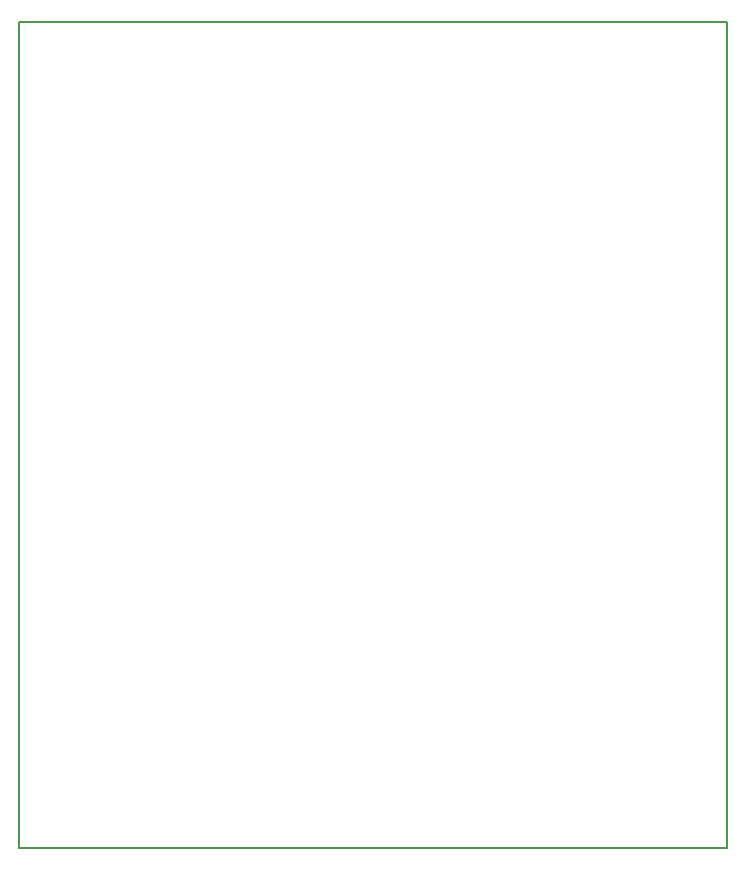
<source format=gbr>
G04 DipTrace 2.4.0.2*
%INBoardOutline.gbr*%
%MOMM*%
%ADD11C,0.14*%
%FSLAX53Y53*%
G04*
G71*
G90*
G75*
G01*
%LNBoardOutline*%
%LPD*%
X0Y70000D2*
D11*
X60000D1*
Y0D1*
X0D1*
Y70000D1*
M02*

</source>
